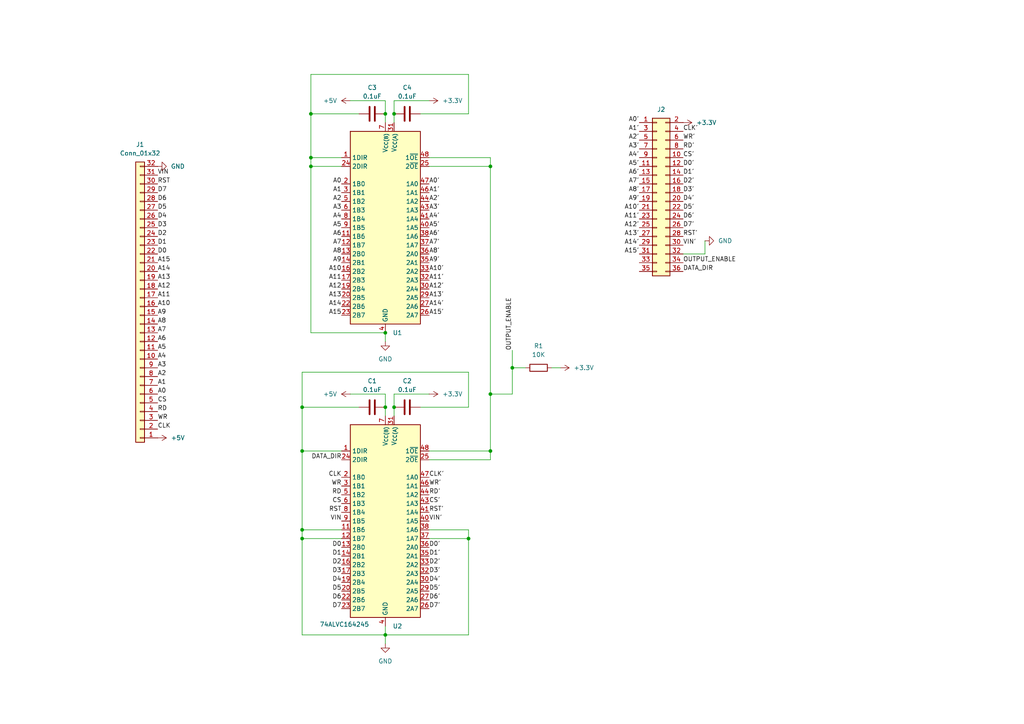
<source format=kicad_sch>
(kicad_sch (version 20250114) (generator "eeschema") (generator_version "9.0")
  (paper "A4")
  (lib_symbols
    (symbol "74xx:74ALVC164245"
      (property "Reference" "U" (at -10.16 29.21 0))
      (property "Value" "74ALVC164245" (at 1.27 -29.21 0))
      (symbol "74ALVC164245_0_1"
        (rectangle (start -10.16 27.94) (end 10.16 -27.94) (stroke (width 0.254)) (fill (type background)))
      )
      (symbol "74ALVC164245_1_1"
        (pin input line (at -12.7 20.32 0) (length 2.54) (name "1DIR") (number "1"))
        (pin input line (at -12.7 17.78 0) (length 2.54) (name "2DIR") (number "24"))
        (pin bidirectional line (at -12.7 12.7 0) (length 2.54) (name "1B0") (number "2"))
        (pin bidirectional line (at -12.7 10.16 0) (length 2.54) (name "1B1") (number "3"))
        (pin bidirectional line (at -12.7 7.62 0) (length 2.54) (name "1B2") (number "5"))
        (pin bidirectional line (at -12.7 5.08 0) (length 2.54) (name "1B3") (number "6"))
        (pin bidirectional line (at -12.7 2.54 0) (length 2.54) (name "1B4") (number "8"))
        (pin bidirectional line (at -12.7 0 0) (length 2.54) (name "1B5") (number "9"))
        (pin bidirectional line (at -12.7 -2.54 0) (length 2.54) (name "1B6") (number "11"))
        (pin bidirectional line (at -12.7 -5.08 0) (length 2.54) (name "1B7") (number "12"))
        (pin bidirectional line (at -12.7 -7.62 0) (length 2.54) (name "2B0") (number "13"))
        (pin bidirectional line (at -12.7 -10.16 0) (length 2.54) (name "2B1") (number "14"))
        (pin bidirectional line (at -12.7 -12.7 0) (length 2.54) (name "2B2") (number "16"))
        (pin bidirectional line (at -12.7 -15.24 0) (length 2.54) (name "2B3") (number "17"))
        (pin bidirectional line (at -12.7 -17.78 0) (length 2.54) (name "2B4") (number "19"))
        (pin bidirectional line (at -12.7 -20.32 0) (length 2.54) (name "2B5") (number "20"))
        (pin bidirectional line (at -12.7 -22.86 0) (length 2.54) (name "2B6") (number "22"))
        (pin bidirectional line (at -12.7 -25.4 0) (length 2.54) (name "2B7") (number "23"))
        (pin passive line (at 0 30.48 270) (length 2.54) (hide yes) (name "V_{CC(B)}") (number "18"))
        (pin power_in line (at 0 30.48 270) (length 2.54) (name "V_{CC(B)}") (number "7"))
        (pin passive line (at 0 -30.48 90) (length 2.54) (hide yes) (name "GND") (number "10"))
        (pin passive line (at 0 -30.48 90) (length 2.54) (hide yes) (name "GND") (number "15"))
        (pin passive line (at 0 -30.48 90) (length 2.54) (hide yes) (name "GND") (number "21"))
        (pin passive line (at 0 -30.48 90) (length 2.54) (hide yes) (name "GND") (number "28"))
        (pin passive line (at 0 -30.48 90) (length 2.54) (hide yes) (name "GND") (number "34"))
        (pin passive line (at 0 -30.48 90) (length 2.54) (hide yes) (name "GND") (number "39"))
        (pin power_in line (at 0 -30.48 90) (length 2.54) (name "GND") (number "4"))
        (pin passive line (at 0 -30.48 90) (length 2.54) (hide yes) (name "GND") (number "45"))
        (pin power_in line (at 2.54 30.48 270) (length 2.54) (name "V_{CC(A)}") (number "31"))
        (pin passive line (at 2.54 30.48 270) (length 2.54) (hide yes) (name "V_{CC(A)}") (number "42"))
        (pin input line (at 12.7 20.32 180) (length 2.54) (name "1~{OE}") (number "48"))
        (pin input line (at 12.7 17.78 180) (length 2.54) (name "2~{OE}") (number "25"))
        (pin bidirectional line (at 12.7 12.7 180) (length 2.54) (name "1A0") (number "47"))
        (pin bidirectional line (at 12.7 10.16 180) (length 2.54) (name "1A1") (number "46"))
        (pin bidirectional line (at 12.7 7.62 180) (length 2.54) (name "1A2") (number "44"))
        (pin bidirectional line (at 12.7 5.08 180) (length 2.54) (name "1A3") (number "43"))
        (pin bidirectional line (at 12.7 2.54 180) (length 2.54) (name "1A4") (number "41"))
        (pin bidirectional line (at 12.7 0 180) (length 2.54) (name "1A5") (number "40"))
        (pin bidirectional line (at 12.7 -2.54 180) (length 2.54) (name "1A6") (number "38"))
        (pin bidirectional line (at 12.7 -5.08 180) (length 2.54) (name "1A7") (number "37"))
        (pin bidirectional line (at 12.7 -7.62 180) (length 2.54) (name "2A0") (number "36"))
        (pin bidirectional line (at 12.7 -10.16 180) (length 2.54) (name "2A1") (number "35"))
        (pin bidirectional line (at 12.7 -12.7 180) (length 2.54) (name "2A2") (number "33"))
        (pin bidirectional line (at 12.7 -15.24 180) (length 2.54) (name "2A3") (number "32"))
        (pin bidirectional line (at 12.7 -17.78 180) (length 2.54) (name "2A4") (number "30"))
        (pin bidirectional line (at 12.7 -20.32 180) (length 2.54) (name "2A5") (number "29"))
        (pin bidirectional line (at 12.7 -22.86 180) (length 2.54) (name "2A6") (number "27"))
        (pin bidirectional line (at 12.7 -25.4 180) (length 2.54) (name "2A7") (number "26"))
      )
    )
    (symbol "Connector_Generic:Conn_01x32" (pin_names (offset 1.016) (hide yes))
      (property "Reference" "J" (at 0 40.64 0))
      (property "Value" "Conn_01x32" (at 0 -43.18 0))
      (symbol "Conn_01x32_1_1"
        (rectangle (start -1.27 39.37) (end 1.27 -41.91) (stroke (width 0.254)) (fill (type background)))
        (rectangle (start -1.27 38.227) (end 0 37.973) (stroke (width 0.1524)))
        (rectangle (start -1.27 35.687) (end 0 35.433) (stroke (width 0.1524)))
        (rectangle (start -1.27 33.147) (end 0 32.893) (stroke (width 0.1524)))
        (rectangle (start -1.27 30.607) (end 0 30.353) (stroke (width 0.1524)))
        (rectangle (start -1.27 28.067) (end 0 27.813) (stroke (width 0.1524)))
        (rectangle (start -1.27 25.527) (end 0 25.273) (stroke (width 0.1524)))
        (rectangle (start -1.27 22.987) (end 0 22.733) (stroke (width 0.1524)))
        (rectangle (start -1.27 20.447) (end 0 20.193) (stroke (width 0.1524)))
        (rectangle (start -1.27 17.907) (end 0 17.653) (stroke (width 0.1524)))
        (rectangle (start -1.27 15.367) (end 0 15.113) (stroke (width 0.1524)))
        (rectangle (start -1.27 12.827) (end 0 12.573) (stroke (width 0.1524)))
        (rectangle (start -1.27 10.287) (end 0 10.033) (stroke (width 0.1524)))
        (rectangle (start -1.27 7.747) (end 0 7.493) (stroke (width 0.1524)))
        (rectangle (start -1.27 5.207) (end 0 4.953) (stroke (width 0.1524)))
        (rectangle (start -1.27 2.667) (end 0 2.413) (stroke (width 0.1524)))
        (rectangle (start -1.27 0.127) (end 0 -0.127) (stroke (width 0.1524)))
        (rectangle (start -1.27 -2.413) (end 0 -2.667) (stroke (width 0.1524)))
        (rectangle (start -1.27 -4.953) (end 0 -5.207) (stroke (width 0.1524)))
        (rectangle (start -1.27 -7.493) (end 0 -7.747) (stroke (width 0.1524)))
        (rectangle (start -1.27 -10.033) (end 0 -10.287) (stroke (width 0.1524)))
        (rectangle (start -1.27 -12.573) (end 0 -12.827) (stroke (width 0.1524)))
        (rectangle (start -1.27 -15.113) (end 0 -15.367) (stroke (width 0.1524)))
        (rectangle (start -1.27 -17.653) (end 0 -17.907) (stroke (width 0.1524)))
        (rectangle (start -1.27 -20.193) (end 0 -20.447) (stroke (width 0.1524)))
        (rectangle (start -1.27 -22.733) (end 0 -22.987) (stroke (width 0.1524)))
        (rectangle (start -1.27 -25.273) (end 0 -25.527) (stroke (width 0.1524)))
        (rectangle (start -1.27 -27.813) (end 0 -28.067) (stroke (width 0.1524)))
        (rectangle (start -1.27 -30.353) (end 0 -30.607) (stroke (width 0.1524)))
        (rectangle (start -1.27 -32.893) (end 0 -33.147) (stroke (width 0.1524)))
        (rectangle (start -1.27 -35.433) (end 0 -35.687) (stroke (width 0.1524)))
        (rectangle (start -1.27 -37.973) (end 0 -38.227) (stroke (width 0.1524)))
        (rectangle (start -1.27 -40.513) (end 0 -40.767) (stroke (width 0.1524)))
        (pin passive line (at -5.08 38.1 0) (length 3.81) (name "Pin_1") (number "1"))
        (pin passive line (at -5.08 35.56 0) (length 3.81) (name "Pin_2") (number "2"))
        (pin passive line (at -5.08 33.02 0) (length 3.81) (name "Pin_3") (number "3"))
        (pin passive line (at -5.08 30.48 0) (length 3.81) (name "Pin_4") (number "4"))
        (pin passive line (at -5.08 27.94 0) (length 3.81) (name "Pin_5") (number "5"))
        (pin passive line (at -5.08 25.4 0) (length 3.81) (name "Pin_6") (number "6"))
        (pin passive line (at -5.08 22.86 0) (length 3.81) (name "Pin_7") (number "7"))
        (pin passive line (at -5.08 20.32 0) (length 3.81) (name "Pin_8") (number "8"))
        (pin passive line (at -5.08 17.78 0) (length 3.81) (name "Pin_9") (number "9"))
        (pin passive line (at -5.08 15.24 0) (length 3.81) (name "Pin_10") (number "10"))
        (pin passive line (at -5.08 12.7 0) (length 3.81) (name "Pin_11") (number "11"))
        (pin passive line (at -5.08 10.16 0) (length 3.81) (name "Pin_12") (number "12"))
        (pin passive line (at -5.08 7.62 0) (length 3.81) (name "Pin_13") (number "13"))
        (pin passive line (at -5.08 5.08 0) (length 3.81) (name "Pin_14") (number "14"))
        (pin passive line (at -5.08 2.54 0) (length 3.81) (name "Pin_15") (number "15"))
        (pin passive line (at -5.08 0 0) (length 3.81) (name "Pin_16") (number "16"))
        (pin passive line (at -5.08 -2.54 0) (length 3.81) (name "Pin_17") (number "17"))
        (pin passive line (at -5.08 -5.08 0) (length 3.81) (name "Pin_18") (number "18"))
        (pin passive line (at -5.08 -7.62 0) (length 3.81) (name "Pin_19") (number "19"))
        (pin passive line (at -5.08 -10.16 0) (length 3.81) (name "Pin_20") (number "20"))
        (pin passive line (at -5.08 -12.7 0) (length 3.81) (name "Pin_21") (number "21"))
        (pin passive line (at -5.08 -15.24 0) (length 3.81) (name "Pin_22") (number "22"))
        (pin passive line (at -5.08 -17.78 0) (length 3.81) (name "Pin_23") (number "23"))
        (pin passive line (at -5.08 -20.32 0) (length 3.81) (name "Pin_24") (number "24"))
        (pin passive line (at -5.08 -22.86 0) (length 3.81) (name "Pin_25") (number "25"))
        (pin passive line (at -5.08 -25.4 0) (length 3.81) (name "Pin_26") (number "26"))
        (pin passive line (at -5.08 -27.94 0) (length 3.81) (name "Pin_27") (number "27"))
        (pin passive line (at -5.08 -30.48 0) (length 3.81) (name "Pin_28") (number "28"))
        (pin passive line (at -5.08 -33.02 0) (length 3.81) (name "Pin_29") (number "29"))
        (pin passive line (at -5.08 -35.56 0) (length 3.81) (name "Pin_30") (number "30"))
        (pin passive line (at -5.08 -38.1 0) (length 3.81) (name "Pin_31") (number "31"))
        (pin passive line (at -5.08 -40.64 0) (length 3.81) (name "Pin_32") (number "32"))
      )
    )
    (symbol "Connector_Generic:Conn_02x18_Odd_Even" (pin_names (offset 1.016) (hide yes))
      (property "Reference" "J" (at 1.27 22.86 0))
      (property "Value" "Conn_02x18_Odd_Even" (at 1.27 -25.4 0))
      (symbol "Conn_02x18_Odd_Even_1_1"
        (rectangle (start -1.27 21.59) (end 3.81 -24.13) (stroke (width 0.254)) (fill (type background)))
        (rectangle (start -1.27 20.447) (end 0 20.193) (stroke (width 0.1524)))
        (rectangle (start -1.27 17.907) (end 0 17.653) (stroke (width 0.1524)))
        (rectangle (start -1.27 15.367) (end 0 15.113) (stroke (width 0.1524)))
        (rectangle (start -1.27 12.827) (end 0 12.573) (stroke (width 0.1524)))
        (rectangle (start -1.27 10.287) (end 0 10.033) (stroke (width 0.1524)))
        (rectangle (start -1.27 7.747) (end 0 7.493) (stroke (width 0.1524)))
        (rectangle (start -1.27 5.207) (end 0 4.953) (stroke (width 0.1524)))
        (rectangle (start -1.27 2.667) (end 0 2.413) (stroke (width 0.1524)))
        (rectangle (start -1.27 0.127) (end 0 -0.127) (stroke (width 0.1524)))
        (rectangle (start -1.27 -2.413) (end 0 -2.667) (stroke (width 0.1524)))
        (rectangle (start -1.27 -4.953) (end 0 -5.207) (stroke (width 0.1524)))
        (rectangle (start -1.27 -7.493) (end 0 -7.747) (stroke (width 0.1524)))
        (rectangle (start -1.27 -10.033) (end 0 -10.287) (stroke (width 0.1524)))
        (rectangle (start -1.27 -12.573) (end 0 -12.827) (stroke (width 0.1524)))
        (rectangle (start -1.27 -15.113) (end 0 -15.367) (stroke (width 0.1524)))
        (rectangle (start -1.27 -17.653) (end 0 -17.907) (stroke (width 0.1524)))
        (rectangle (start -1.27 -20.193) (end 0 -20.447) (stroke (width 0.1524)))
        (rectangle (start -1.27 -22.733) (end 0 -22.987) (stroke (width 0.1524)))
        (rectangle (start 3.81 20.447) (end 2.54 20.193) (stroke (width 0.1524)))
        (rectangle (start 3.81 17.907) (end 2.54 17.653) (stroke (width 0.1524)))
        (rectangle (start 3.81 15.367) (end 2.54 15.113) (stroke (width 0.1524)))
        (rectangle (start 3.81 12.827) (end 2.54 12.573) (stroke (width 0.1524)))
        (rectangle (start 3.81 10.287) (end 2.54 10.033) (stroke (width 0.1524)))
        (rectangle (start 3.81 7.747) (end 2.54 7.493) (stroke (width 0.1524)))
        (rectangle (start 3.81 5.207) (end 2.54 4.953) (stroke (width 0.1524)))
        (rectangle (start 3.81 2.667) (end 2.54 2.413) (stroke (width 0.1524)))
        (rectangle (start 3.81 0.127) (end 2.54 -0.127) (stroke (width 0.1524)))
        (rectangle (start 3.81 -2.413) (end 2.54 -2.667) (stroke (width 0.1524)))
        (rectangle (start 3.81 -4.953) (end 2.54 -5.207) (stroke (width 0.1524)))
        (rectangle (start 3.81 -7.493) (end 2.54 -7.747) (stroke (width 0.1524)))
        (rectangle (start 3.81 -10.033) (end 2.54 -10.287) (stroke (width 0.1524)))
        (rectangle (start 3.81 -12.573) (end 2.54 -12.827) (stroke (width 0.1524)))
        (rectangle (start 3.81 -15.113) (end 2.54 -15.367) (stroke (width 0.1524)))
        (rectangle (start 3.81 -17.653) (end 2.54 -17.907) (stroke (width 0.1524)))
        (rectangle (start 3.81 -20.193) (end 2.54 -20.447) (stroke (width 0.1524)))
        (rectangle (start 3.81 -22.733) (end 2.54 -22.987) (stroke (width 0.1524)))
        (pin passive line (at -5.08 20.32 0) (length 3.81) (name "Pin_1") (number "1"))
        (pin passive line (at -5.08 17.78 0) (length 3.81) (name "Pin_3") (number "3"))
        (pin passive line (at -5.08 15.24 0) (length 3.81) (name "Pin_5") (number "5"))
        (pin passive line (at -5.08 12.7 0) (length 3.81) (name "Pin_7") (number "7"))
        (pin passive line (at -5.08 10.16 0) (length 3.81) (name "Pin_9") (number "9"))
        (pin passive line (at -5.08 7.62 0) (length 3.81) (name "Pin_11") (number "11"))
        (pin passive line (at -5.08 5.08 0) (length 3.81) (name "Pin_13") (number "13"))
        (pin passive line (at -5.08 2.54 0) (length 3.81) (name "Pin_15") (number "15"))
        (pin passive line (at -5.08 0 0) (length 3.81) (name "Pin_17") (number "17"))
        (pin passive line (at -5.08 -2.54 0) (length 3.81) (name "Pin_19") (number "19"))
        (pin passive line (at -5.08 -5.08 0) (length 3.81) (name "Pin_21") (number "21"))
        (pin passive line (at -5.08 -7.62 0) (length 3.81) (name "Pin_23") (number "23"))
        (pin passive line (at -5.08 -10.16 0) (length 3.81) (name "Pin_25") (number "25"))
        (pin passive line (at -5.08 -12.7 0) (length 3.81) (name "Pin_27") (number "27"))
        (pin passive line (at -5.08 -15.24 0) (length 3.81) (name "Pin_29") (number "29"))
        (pin passive line (at -5.08 -17.78 0) (length 3.81) (name "Pin_31") (number "31"))
        (pin passive line (at -5.08 -20.32 0) (length 3.81) (name "Pin_33") (number "33"))
        (pin passive line (at -5.08 -22.86 0) (length 3.81) (name "Pin_35") (number "35"))
        (pin passive line (at 7.62 20.32 180) (length 3.81) (name "Pin_2") (number "2"))
        (pin passive line (at 7.62 17.78 180) (length 3.81) (name "Pin_4") (number "4"))
        (pin passive line (at 7.62 15.24 180) (length 3.81) (name "Pin_6") (number "6"))
        (pin passive line (at 7.62 12.7 180) (length 3.81) (name "Pin_8") (number "8"))
        (pin passive line (at 7.62 10.16 180) (length 3.81) (name "Pin_10") (number "10"))
        (pin passive line (at 7.62 7.62 180) (length 3.81) (name "Pin_12") (number "12"))
        (pin passive line (at 7.62 5.08 180) (length 3.81) (name "Pin_14") (number "14"))
        (pin passive line (at 7.62 2.54 180) (length 3.81) (name "Pin_16") (number "16"))
        (pin passive line (at 7.62 0 180) (length 3.81) (name "Pin_18") (number "18"))
        (pin passive line (at 7.62 -2.54 180) (length 3.81) (name "Pin_20") (number "20"))
        (pin passive line (at 7.62 -5.08 180) (length 3.81) (name "Pin_22") (number "22"))
        (pin passive line (at 7.62 -7.62 180) (length 3.81) (name "Pin_24") (number "24"))
        (pin passive line (at 7.62 -10.16 180) (length 3.81) (name "Pin_26") (number "26"))
        (pin passive line (at 7.62 -12.7 180) (length 3.81) (name "Pin_28") (number "28"))
        (pin passive line (at 7.62 -15.24 180) (length 3.81) (name "Pin_30") (number "30"))
        (pin passive line (at 7.62 -17.78 180) (length 3.81) (name "Pin_32") (number "32"))
        (pin passive line (at 7.62 -20.32 180) (length 3.81) (name "Pin_34") (number "34"))
        (pin passive line (at 7.62 -22.86 180) (length 3.81) (name "Pin_36") (number "36"))
      )
    )
    (symbol "Device:C" (pin_numbers (hide yes)) (pin_names (offset 0.254))
      (property "Reference" "C" (at 0.635 2.54 0))
      (property "Value" "C" (at 0.635 -2.54 0))
      (symbol "C_0_1"
        (polyline (pts (xy -2.032 0.762) (xy 2.032 0.762)) (stroke (width 0.508)))
        (polyline (pts (xy -2.032 -0.762) (xy 2.032 -0.762)) (stroke (width 0.508)))
      )
      (symbol "C_1_1"
        (pin passive line (at 0 3.81 270) (length 2.794) (name "~") (number "1"))
        (pin passive line (at 0 -3.81 90) (length 2.794) (name "~") (number "2"))
      )
    )
    (symbol "Device:R" (pin_numbers (hide yes)) (pin_names (offset 0))
      (property "Reference" "R" (at 2.032 0 90))
      (property "Value" "R" (at 0 0 90))
      (symbol "R_0_1"
        (rectangle (start -1.016 -2.54) (end 1.016 2.54) (stroke (width 0.254)))
      )
      (symbol "R_1_1"
        (pin passive line (at 0 3.81 270) (length 1.27) (name "~") (number "1"))
        (pin passive line (at 0 -3.81 90) (length 1.27) (name "~") (number "2"))
      )
    )
    (symbol "power:+3.3V" (power) (pin_numbers (hide yes)) (pin_names (offset 0) (hide yes))
      (property "Value" "+3.3V" (at 0 3.556 0))
      (symbol "+3.3V_0_1"
        (polyline (pts (xy -0.762 1.27) (xy 0 2.54)))
        (polyline (pts (xy 0 2.54) (xy 0.762 1.27)))
        (polyline (pts (xy 0 0) (xy 0 2.54)))
      )
      (symbol "+3.3V_1_1"
        (pin power_in line (at 0 0 90) (length 0) (name "~") (number "1"))
      )
    )
    (symbol "power:+5V" (power) (pin_numbers (hide yes)) (pin_names (offset 0) (hide yes))
      (property "Value" "+5V" (at 0 3.556 0))
      (symbol "+5V_0_1"
        (polyline (pts (xy -0.762 1.27) (xy 0 2.54)))
        (polyline (pts (xy 0 2.54) (xy 0.762 1.27)))
        (polyline (pts (xy 0 0) (xy 0 2.54)))
      )
      (symbol "+5V_1_1"
        (pin power_in line (at 0 0 90) (length 0) (name "~") (number "1"))
      )
    )
    (symbol "power:GND" (power) (pin_numbers (hide yes)) (pin_names (offset 0) (hide yes))
      (property "Value" "GND" (at 0 -3.81 0))
      (symbol "GND_0_1"
        (polyline (pts (xy 0 0) (xy 0 -1.27) (xy 1.27 -1.27) (xy 0 -2.54) (xy -1.27 -1.27) (xy 0 -1.27)))
      )
      (symbol "GND_1_1"
        (pin power_in line (at 0 0 270) (length 0) (name "~") (number "1"))
      )
    )
  )
  (junction (at 114.3 33.02))
  (junction (at 111.76 96.52))
  (junction (at 114.3 118.11))
  (junction (at 142.24 48.26))
  (junction (at 87.63 156.21))
  (junction (at 148.59 106.68))
  (junction (at 90.17 45.72))
  (junction (at 135.89 156.21))
  (junction (at 90.17 33.02))
  (junction (at 142.24 130.81))
  (junction (at 111.76 118.11))
  (junction (at 87.63 153.67))
  (junction (at 142.24 114.3))
  (junction (at 87.63 118.11))
  (junction (at 111.76 184.15))
  (junction (at 111.76 33.02))
  (junction (at 90.17 48.26))
  (junction (at 87.63 130.81))
  (wire (pts (xy 124.46 130.81) (xy 142.24 130.81)))
  (wire (pts (xy 148.59 114.3) (xy 148.59 106.68)))
  (wire (pts (xy 111.76 186.69) (xy 111.76 184.15)))
  (wire (pts (xy 111.76 114.3) (xy 111.76 118.11)))
  (wire (pts (xy 124.46 156.21) (xy 135.89 156.21)))
  (wire (pts (xy 204.47 69.85) (xy 204.47 73.66)))
  (wire (pts (xy 87.63 184.15) (xy 111.76 184.15)))
  (wire (pts (xy 135.89 184.15) (xy 135.89 156.21)))
  (wire (pts (xy 111.76 96.52) (xy 90.17 96.52)))
  (wire (pts (xy 87.63 107.95) (xy 135.89 107.95)))
  (wire (pts (xy 114.3 33.02) (xy 114.3 35.56)))
  (wire (pts (xy 111.76 99.06) (xy 111.76 96.52)))
  (wire (pts (xy 111.76 184.15) (xy 135.89 184.15)))
  (wire (pts (xy 90.17 48.26) (xy 99.06 48.26)))
  (wire (pts (xy 114.3 29.21) (xy 114.3 33.02)))
  (wire (pts (xy 135.89 33.02) (xy 121.92 33.02)))
  (wire (pts (xy 124.46 29.21) (xy 114.3 29.21)))
  (wire (pts (xy 135.89 156.21) (xy 135.89 153.67)))
  (wire (pts (xy 142.24 48.26) (xy 142.24 45.72)))
  (wire (pts (xy 99.06 156.21) (xy 87.63 156.21)))
  (wire (pts (xy 124.46 133.35) (xy 142.24 133.35)))
  (wire (pts (xy 101.6 29.21) (xy 111.76 29.21)))
  (wire (pts (xy 111.76 118.11) (xy 111.76 120.65)))
  (wire (pts (xy 148.59 106.68) (xy 152.4 106.68)))
  (wire (pts (xy 90.17 33.02) (xy 90.17 21.59)))
  (wire (pts (xy 114.3 114.3) (xy 114.3 118.11)))
  (wire (pts (xy 99.06 45.72) (xy 90.17 45.72)))
  (wire (pts (xy 111.76 184.15) (xy 111.76 181.61)))
  (wire (pts (xy 148.59 101.6) (xy 148.59 106.68)))
  (wire (pts (xy 142.24 130.81) (xy 142.24 114.3)))
  (wire (pts (xy 124.46 114.3) (xy 114.3 114.3)))
  (wire (pts (xy 142.24 133.35) (xy 142.24 130.81)))
  (wire (pts (xy 142.24 48.26) (xy 142.24 114.3)))
  (wire (pts (xy 87.63 118.11) (xy 104.14 118.11)))
  (wire (pts (xy 124.46 45.72) (xy 142.24 45.72)))
  (wire (pts (xy 204.47 73.66) (xy 198.12 73.66)))
  (wire (pts (xy 124.46 153.67) (xy 135.89 153.67)))
  (wire (pts (xy 101.6 114.3) (xy 111.76 114.3)))
  (wire (pts (xy 87.63 118.11) (xy 87.63 107.95)))
  (wire (pts (xy 135.89 21.59) (xy 135.89 33.02)))
  (wire (pts (xy 87.63 156.21) (xy 87.63 184.15)))
  (wire (pts (xy 111.76 33.02) (xy 111.76 35.56)))
  (wire (pts (xy 90.17 96.52) (xy 90.17 48.26)))
  (wire (pts (xy 135.89 107.95) (xy 135.89 118.11)))
  (wire (pts (xy 124.46 48.26) (xy 142.24 48.26)))
  (wire (pts (xy 160.02 106.68) (xy 162.56 106.68)))
  (wire (pts (xy 87.63 130.81) (xy 87.63 118.11)))
  (wire (pts (xy 87.63 130.81) (xy 87.63 153.67)))
  (wire (pts (xy 142.24 114.3) (xy 148.59 114.3)))
  (wire (pts (xy 99.06 130.81) (xy 87.63 130.81)))
  (wire (pts (xy 111.76 29.21) (xy 111.76 33.02)))
  (wire (pts (xy 87.63 153.67) (xy 99.06 153.67)))
  (wire (pts (xy 90.17 45.72) (xy 90.17 33.02)))
  (wire (pts (xy 90.17 33.02) (xy 104.14 33.02)))
  (wire (pts (xy 87.63 156.21) (xy 87.63 153.67)))
  (wire (pts (xy 135.89 118.11) (xy 121.92 118.11)))
  (wire (pts (xy 90.17 45.72) (xy 90.17 48.26)))
  (wire (pts (xy 114.3 118.11) (xy 114.3 120.65)))
  (wire (pts (xy 90.17 21.59) (xy 135.89 21.59)))
  (label "A7" (at 99.06 71.12 180))
  (label "RST'" (at 198.12 68.58 0))
  (label "A0'" (at 185.42 35.56 180))
  (label "A3'" (at 124.46 60.96 0))
  (label "A2'" (at 124.46 58.42 0))
  (label "D1'" (at 198.12 50.8 0))
  (label "DATA_DIR" (at 198.12 78.74 0))
  (label "D7'" (at 124.46 176.53 0))
  (label "D6'" (at 124.46 173.99 0))
  (label "OUTPUT_ENABLE" (at 148.59 101.6 90))
  (label "RD" (at 99.06 143.51 180))
  (label "A0'" (at 124.46 53.34 0))
  (label "A11" (at 99.06 81.28 180))
  (label "A5'" (at 124.46 66.04 0))
  (label "A14" (at 45.72 78.74 0))
  (label "A9'" (at 185.42 58.42 180))
  (label "WR'" (at 198.12 40.64 0))
  (label "D3" (at 99.06 166.37 180))
  (label "D4" (at 99.06 168.91 180))
  (label "D6'" (at 198.12 63.5 0))
  (label "A7'" (at 185.42 53.34 180))
  (label "A6" (at 45.72 99.06 0))
  (label "A10'" (at 185.42 60.96 180))
  (label "D7" (at 45.72 55.88 0))
  (label "CLK'" (at 198.12 38.1 0))
  (label "D3" (at 45.72 66.04 0))
  (label "A12" (at 99.06 83.82 180))
  (label "A4'" (at 185.42 45.72 180))
  (label "A8'" (at 124.46 73.66 0))
  (label "OUTPUT_ENABLE" (at 198.12 76.2 0))
  (label "A4" (at 45.72 104.14 0))
  (label "A1'" (at 124.46 55.88 0))
  (label "A0" (at 99.06 53.34 180))
  (label "A2" (at 45.72 109.22 0))
  (label "A2" (at 99.06 58.42 180))
  (label "D1" (at 45.72 71.12 0))
  (label "A7" (at 45.72 96.52 0))
  (label "RD'" (at 198.12 43.18 0))
  (label "D7'" (at 198.12 66.04 0))
  (label "A9" (at 45.72 91.44 0))
  (label "A5" (at 45.72 101.6 0))
  (label "WR" (at 99.06 140.97 180))
  (label "A12" (at 45.72 83.82 0))
  (label "A11'" (at 185.42 63.5 180))
  (label "A3" (at 45.72 106.68 0))
  (label "A14'" (at 124.46 88.9 0))
  (label "A8'" (at 185.42 55.88 180))
  (label "A13" (at 45.72 81.28 0))
  (label "A8" (at 45.72 93.98 0))
  (label "D3'" (at 198.12 55.88 0))
  (label "A4'" (at 124.46 63.5 0))
  (label "A12'" (at 124.46 83.82 0))
  (label "CLK" (at 99.06 138.43 180))
  (label "RD'" (at 124.46 143.51 0))
  (label "A13" (at 99.06 86.36 180))
  (label "CS" (at 45.72 116.84 0))
  (label "D4'" (at 198.12 58.42 0))
  (label "A10'" (at 124.46 78.74 0))
  (label "A14" (at 99.06 88.9 180))
  (label "D5" (at 99.06 171.45 180))
  (label "D0'" (at 198.12 48.26 0))
  (label "A3" (at 99.06 60.96 180))
  (label "A2'" (at 185.42 40.64 180))
  (label "D6" (at 99.06 173.99 180))
  (label "A6" (at 99.06 68.58 180))
  (label "RST" (at 99.06 148.59 180))
  (label "A15'" (at 185.42 73.66 180))
  (label "A6'" (at 185.42 50.8 180))
  (label "WR'" (at 124.46 140.97 0))
  (label "D7" (at 99.06 176.53 180))
  (label "D3'" (at 124.46 166.37 0))
  (label "A1" (at 45.72 111.76 0))
  (label "D0" (at 45.72 73.66 0))
  (label "D5'" (at 124.46 171.45 0))
  (label "D2" (at 99.06 163.83 180))
  (label "D5'" (at 198.12 60.96 0))
  (label "A15" (at 45.72 76.2 0))
  (label "A15" (at 99.06 91.44 180))
  (label "A14'" (at 185.42 71.12 180))
  (label "D6" (at 45.72 58.42 0))
  (label "CS'" (at 124.46 146.05 0))
  (label "VIN'" (at 198.12 71.12 0))
  (label "DATA_DIR" (at 99.06 133.35 180))
  (label "A11" (at 45.72 86.36 0))
  (label "CLK" (at 45.72 124.46 0))
  (label "A9" (at 99.06 76.2 180))
  (label "A15'" (at 124.46 91.44 0))
  (label "D1'" (at 124.46 161.29 0))
  (label "VIN" (at 45.72 50.8 0))
  (label "A5'" (at 185.42 48.26 180))
  (label "WR" (at 45.72 121.92 0))
  (label "VIN'" (at 124.46 151.13 0))
  (label "D4" (at 45.72 63.5 0))
  (label "A1'" (at 185.42 38.1 180))
  (label "D2'" (at 198.12 53.34 0))
  (label "A3'" (at 185.42 43.18 180))
  (label "CS" (at 99.06 146.05 180))
  (label "A4" (at 99.06 63.5 180))
  (label "A0" (at 45.72 114.3 0))
  (label "RD" (at 45.72 119.38 0))
  (label "A1" (at 99.06 55.88 180))
  (label "CLK'" (at 124.46 138.43 0))
  (label "D2'" (at 124.46 163.83 0))
  (label "D2" (at 45.72 68.58 0))
  (label "A7'" (at 124.46 71.12 0))
  (label "RST'" (at 124.46 148.59 0))
  (label "D5" (at 45.72 60.96 0))
  (label "VIN" (at 99.06 151.13 180))
  (label "D1" (at 99.06 161.29 180))
  (label "A9'" (at 124.46 76.2 0))
  (label "A12'" (at 185.42 66.04 180))
  (label "A11'" (at 124.46 81.28 0))
  (label "D0" (at 99.06 158.75 180))
  (label "A10" (at 45.72 88.9 0))
  (label "D4'" (at 124.46 168.91 0))
  (label "A13'" (at 185.42 68.58 180))
  (label "A6'" (at 124.46 68.58 0))
  (label "CS'" (at 198.12 45.72 0))
  (label "D0'" (at 124.46 158.75 0))
  (label "A10" (at 99.06 78.74 180))
  (label "A8" (at 99.06 73.66 180))
  (label "RST" (at 45.72 53.34 0))
  (label "A5" (at 99.06 66.04 180))
  (label "A13'" (at 124.46 86.36 0))
  (symbol (lib_id "power:GND") (at 204.47 69.85 90) (unit 1)
    (property "Reference" "#PWR08" (effects (hide yes)))
    (property "Value" "GND" (at 208.28 69.8499 90) (effects (justify right)))
    (property "Description" "Power symbol creates a global label with name \"GND\" , ground" (effects (hide yes)))
  )
  (symbol (lib_id "Device:C") (at 118.11 33.02 90) (unit 1)
    (property "Reference" "C4" (at 118.11 25.4 90))
    (property "Value" "0.1uF" (at 118.11 27.94 90))
    (property "Footprint" "Capacitor_SMD:C_0805_2012Metric_Pad1.18x1.45mm_HandSolder" (effects (hide yes)))
    (property "Description" "Unpolarized capacitor" (effects (hide yes)))
  )
  (symbol (lib_id "74xx:74ALVC164245") (at 111.76 151.13 0) (unit 1)
    (property "Reference" "U2" (at 113.9033 181.61 0) (effects (justify left)))
    (property "Value" "74ALVC164245" (at 92.71 181.102 0) (effects (justify left)))
    (property "Footprint" "Package_SO:TSSOP-48_6.1x12.5mm_P0.5mm" (effects (hide yes)))
    (property "Datasheet" "https://assets.nexperia.com/documents/data-sheet/74ALVC164245.pdf" (effects (hide yes)))
    (property "Description" "16-Bit 2.5V to 3.3V or 3.3V to 5V Level-Shifting Transceiver With 3-State Outputs, TSSOP-48" (effects (hide yes)))
  )
  (symbol (lib_id "power:GND") (at 111.76 186.69 0) (unit 1)
    (property "Reference" "#PWR05" (effects (hide yes)))
    (property "Value" "GND" (at 111.76 191.77 0))
    (property "Description" "Power symbol creates a global label with name \"GND\" , ground" (effects (hide yes)))
  )
  (symbol (lib_id "power:+5V") (at 101.6 29.21 90) (unit 1)
    (property "Reference" "#PWR04" (effects (hide yes)))
    (property "Value" "+5V" (at 97.7948 29.2099 90) (effects (justify left)))
    (property "Description" "Power symbol creates a global label with name \"+5V\"" (effects (hide yes)))
  )
  (symbol (lib_id "power:GND") (at 45.72 48.26 90) (unit 1)
    (property "Reference" "#PWR02" (effects (hide yes)))
    (property "Value" "GND" (at 49.53 48.2599 90) (effects (justify right)))
    (property "Description" "Power symbol creates a global label with name \"GND\" , ground" (effects (hide yes)))
  )
  (symbol (lib_id "Device:C") (at 107.95 33.02 90) (unit 1)
    (property "Reference" "C3" (at 107.95 25.4 90))
    (property "Value" "0.1uF" (at 107.95 27.94 90))
    (property "Footprint" "Capacitor_SMD:C_0805_2012Metric_Pad1.18x1.45mm_HandSolder" (effects (hide yes)))
    (property "Description" "Unpolarized capacitor" (effects (hide yes)))
  )
  (symbol (lib_id "power:+5V") (at 101.6 114.3 90) (unit 1)
    (property "Reference" "#PWR03" (effects (hide yes)))
    (property "Value" "+5V" (at 97.79 114.2999 90) (effects (justify left)))
    (property "Description" "Power symbol creates a global label with name \"+5V\"" (effects (hide yes)))
  )
  (symbol (lib_id "Connector_Generic:Conn_01x32") (at 40.64 88.9 180) (unit 1)
    (property "Reference" "J1" (at 40.64 41.91 0))
    (property "Value" "Conn_01x32" (at 40.64 44.45 0))
    (property "Footprint" "GameBoy:Base PCB" (effects (hide yes)))
    (property "Description" "Generic connector, single row, 01x32, script generated (kicad-library-utils/schlib/autogen/connector/)" (effects (hide yes)))
  )
  (symbol (lib_id "Connector_Generic:Conn_02x18_Odd_Even") (at 190.5 55.88 0) (unit 1)
    (property "Reference" "J2" (at 191.77 31.75 0))
    (property "Value" "Conn_02x16_Top_Bottom" (effects (hide yes)))
    (property "Footprint" "Connector_PinHeader_2.54mm:PinHeader_2x18_P2.54mm_Vertical_SMD" (effects (hide yes)))
    (property "Description" "Generic connector, double row, 02x18, odd/even pin numbering scheme (row 1 odd numbers, row 2 even numbers), script generated (kicad-library-utils/schlib/autogen/connector/)" (effects (hide yes)))
  )
  (symbol (lib_id "74xx:74ALVC164245") (at 111.76 66.04 0) (unit 1)
    (property "Reference" "U1" (at 113.9033 96.52 0) (effects (justify left)))
    (property "Value" "74ALVC164245" (effects (hide yes)))
    (property "Footprint" "Package_SO:TSSOP-48_6.1x12.5mm_P0.5mm" (effects (hide yes)))
    (property "Datasheet" "https://assets.nexperia.com/documents/data-sheet/74ALVC164245.pdf" (effects (hide yes)))
    (property "Description" "16-Bit 2.5V to 3.3V or 3.3V to 5V Level-Shifting Transceiver With 3-State Outputs, TSSOP-48" (effects (hide yes)))
  )
  (symbol (lib_id "power:GND") (at 111.76 99.06 0) (unit 1)
    (property "Reference" "#PWR06" (effects (hide yes)))
    (property "Value" "GND" (at 111.76 104.14 0))
    (property "Description" "Power symbol creates a global label with name \"GND\" , ground" (effects (hide yes)))
  )
  (symbol (lib_id "power:+3.3V") (at 198.12 35.56 270) (unit 1)
    (property "Reference" "#PWR07" (effects (hide yes)))
    (property "Value" "+3.3V" (at 201.93 35.5599 90) (effects (justify left)))
    (property "Description" "Power symbol creates a global label with name \"+3.3V\"" (effects (hide yes)))
  )
  (symbol (lib_id "power:+5V") (at 45.72 127 270) (unit 1)
    (property "Reference" "#PWR01" (effects (hide yes)))
    (property "Value" "+5V" (at 49.53 126.9999 90) (effects (justify left)))
    (property "Description" "Power symbol creates a global label with name \"+5V\"" (effects (hide yes)))
  )
  (symbol (lib_id "Device:R") (at 156.21 106.68 90) (unit 1)
    (property "Reference" "R1" (at 156.21 100.33 90))
    (property "Value" "10K" (at 156.21 102.87 90))
    (property "Footprint" "Resistor_SMD:R_0805_2012Metric_Pad1.20x1.40mm_HandSolder" (effects (hide yes)))
    (property "Description" "Resistor" (effects (hide yes)))
  )
  (symbol (lib_id "power:+3.3V") (at 124.46 29.21 270) (unit 1)
    (property "Reference" "#PWR010" (effects (hide yes)))
    (property "Value" "+3.3V" (at 128.27 29.2099 90) (effects (justify left)))
    (property "Description" "Power symbol creates a global label with name \"+3.3V\"" (effects (hide yes)))
  )
  (symbol (lib_id "Device:C") (at 107.95 118.11 90) (unit 1)
    (property "Reference" "C1" (at 107.95 110.49 90))
    (property "Value" "0.1uF" (at 107.95 113.03 90))
    (property "Footprint" "Capacitor_SMD:C_0805_2012Metric_Pad1.18x1.45mm_HandSolder" (effects (hide yes)))
    (property "Description" "Unpolarized capacitor" (effects (hide yes)))
  )
  (symbol (lib_id "power:+3.3V") (at 124.46 114.3 270) (unit 1)
    (property "Reference" "#PWR09" (effects (hide yes)))
    (property "Value" "+3.3V" (at 128.27 114.2999 90) (effects (justify left)))
    (property "Description" "Power symbol creates a global label with name \"+3.3V\"" (effects (hide yes)))
  )
  (symbol (lib_id "power:+3.3V") (at 162.56 106.68 270) (unit 1)
    (property "Reference" "#PWR013" (effects (hide yes)))
    (property "Value" "+3.3V" (at 166.37 106.6799 90) (effects (justify left)))
    (property "Description" "Power symbol creates a global label with name \"+3.3V\"" (effects (hide yes)))
  )
  (symbol (lib_id "Device:C") (at 118.11 118.11 90) (unit 1)
    (property "Reference" "C2" (at 118.11 110.49 90))
    (property "Value" "0.1uF" (at 118.11 113.03 90))
    (property "Footprint" "Capacitor_SMD:C_0805_2012Metric_Pad1.18x1.45mm_HandSolder" (effects (hide yes)))
    (property "Description" "Unpolarized capacitor" (effects (hide yes)))
  )
)
</source>
